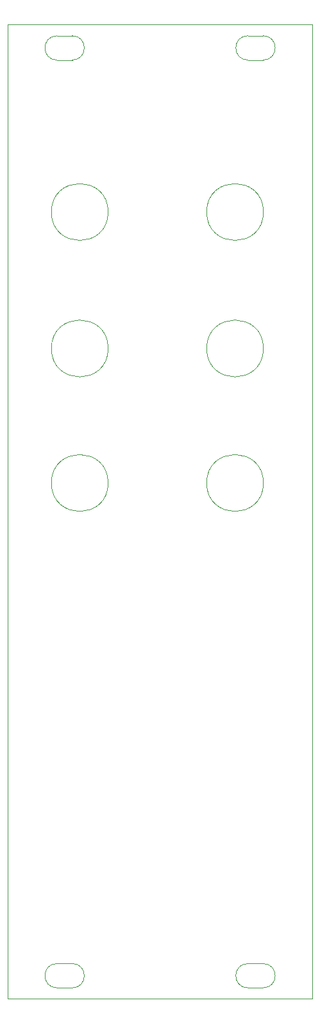
<source format=gbr>
G04 #@! TF.GenerationSoftware,KiCad,Pcbnew,(5.1.9-0-10_14)*
G04 #@! TF.CreationDate,2021-02-15T22:11:41-08:00*
G04 #@! TF.ProjectId,resonate,7265736f-6e61-4746-952e-6b696361645f,rev?*
G04 #@! TF.SameCoordinates,Original*
G04 #@! TF.FileFunction,Profile,NP*
%FSLAX46Y46*%
G04 Gerber Fmt 4.6, Leading zero omitted, Abs format (unit mm)*
G04 Created by KiCad (PCBNEW (5.1.9-0-10_14)) date 2021-02-15 22:11:41*
%MOMM*%
%LPD*%
G01*
G04 APERTURE LIST*
G04 #@! TA.AperFunction,Profile*
%ADD10C,0.050000*%
G04 #@! TD*
G04 APERTURE END LIST*
D10*
X133750000Y39500000D02*
G75*
G03*
X133750000Y39500000I-3750000J0D01*
G01*
X113250000Y39500000D02*
G75*
G03*
X113250000Y39500000I-3750000J0D01*
G01*
X133700000Y98500000D02*
G75*
G02*
X133700000Y95300000I0J-1600000D01*
G01*
X131700000Y95300000D02*
G75*
G02*
X131700000Y98500000I0J1600000D01*
G01*
X133700000Y95300000D02*
X131700000Y95300000D01*
X133700000Y98500000D02*
X131700000Y98500000D01*
X131700000Y-27100000D02*
G75*
G02*
X131700000Y-23900000I0J1600000D01*
G01*
X133700000Y-23900000D02*
X131700000Y-23900000D01*
X133700000Y-23900000D02*
G75*
G02*
X133700000Y-27100000I0J-1600000D01*
G01*
X133700000Y-27100000D02*
X131700000Y-27100000D01*
X108500000Y-23900000D02*
G75*
G02*
X108500000Y-27100000I0J-1600000D01*
G01*
X106500000Y-27100000D02*
G75*
G02*
X106500000Y-23900000I0J1600000D01*
G01*
X108500000Y-23900000D02*
X106500000Y-23900000D01*
X108500000Y-27100000D02*
X106500000Y-27100000D01*
X108500000Y95300000D02*
X106500000Y95300000D01*
X108500000Y98500000D02*
X106500000Y98500000D01*
X108500000Y98500000D02*
G75*
G02*
X108500000Y95300000I0J-1600000D01*
G01*
X106500000Y95300000D02*
G75*
G02*
X106500000Y98500000I0J1600000D01*
G01*
X113250000Y57250000D02*
G75*
G03*
X113250000Y57250000I-3750000J0D01*
G01*
X113250000Y75250000D02*
G75*
G03*
X113250000Y75250000I-3750000J0D01*
G01*
X133750000Y75250000D02*
G75*
G03*
X133750000Y75250000I-3750000J0D01*
G01*
X133750000Y57250000D02*
G75*
G03*
X133750000Y57250000I-3750000J0D01*
G01*
X100000000Y-28500000D02*
X100000000Y100000000D01*
X140200000Y-28500000D02*
X100000000Y-28500000D01*
X140200000Y100000000D02*
X140200000Y-28500000D01*
X100000000Y100000000D02*
X140200000Y100000000D01*
M02*

</source>
